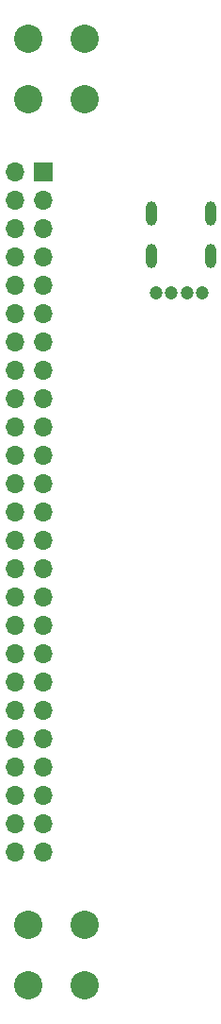
<source format=gbr>
%TF.GenerationSoftware,KiCad,Pcbnew,6.0.1+dfsg-1*%
%TF.CreationDate,2022-03-06T17:26:00+02:00*%
%TF.ProjectId,ram_board,72616d5f-626f-4617-9264-2e6b69636164,rev?*%
%TF.SameCoordinates,Original*%
%TF.FileFunction,Soldermask,Bot*%
%TF.FilePolarity,Negative*%
%FSLAX46Y46*%
G04 Gerber Fmt 4.6, Leading zero omitted, Abs format (unit mm)*
G04 Created by KiCad (PCBNEW 6.0.1+dfsg-1) date 2022-03-06 17:26:00*
%MOMM*%
%LPD*%
G01*
G04 APERTURE LIST*
%ADD10C,1.200000*%
%ADD11O,1.000000X2.200000*%
%ADD12C,2.540000*%
%ADD13R,1.700000X1.700000*%
%ADD14O,1.700000X1.700000*%
G04 APERTURE END LIST*
D10*
%TO.C,J2*%
X59580000Y-38060000D03*
X60980000Y-38060000D03*
X62380000Y-38060000D03*
X63780000Y-38060000D03*
D11*
X59160000Y-34790000D03*
X59160000Y-30950000D03*
X64500000Y-30950000D03*
X64500000Y-34790000D03*
%TD*%
D12*
%TO.C,ST2*%
X53190000Y-94720000D03*
X48110000Y-100160000D03*
X53190000Y-100160000D03*
X48110000Y-94720000D03*
%TD*%
D13*
%TO.C,J1*%
X49425790Y-27248710D03*
D14*
X46885790Y-27248710D03*
X49425790Y-29788710D03*
X46885790Y-29788710D03*
X49425790Y-32328710D03*
X46885790Y-32328710D03*
X49425790Y-34868710D03*
X46885790Y-34868710D03*
X49425790Y-37408710D03*
X46885790Y-37408710D03*
X49425790Y-39948710D03*
X46885790Y-39948710D03*
X49425790Y-42488710D03*
X46885790Y-42488710D03*
X49425790Y-45028710D03*
X46885790Y-45028710D03*
X49425790Y-47568710D03*
X46885790Y-47568710D03*
X49425790Y-50108710D03*
X46885790Y-50108710D03*
X49425790Y-52648710D03*
X46885790Y-52648710D03*
X49425790Y-55188710D03*
X46885790Y-55188710D03*
X49425790Y-57728710D03*
X46885790Y-57728710D03*
X49425790Y-60268710D03*
X46885790Y-60268710D03*
X49425790Y-62808710D03*
X46885790Y-62808710D03*
X49425790Y-65348710D03*
X46885790Y-65348710D03*
X49425790Y-67888710D03*
X46885790Y-67888710D03*
X49425790Y-70428710D03*
X46885790Y-70428710D03*
X49425790Y-72968710D03*
X46885790Y-72968710D03*
X49425790Y-75508710D03*
X46885790Y-75508710D03*
X49425790Y-78048710D03*
X46885790Y-78048710D03*
X49425790Y-80588710D03*
X46885790Y-80588710D03*
X49425790Y-83128710D03*
X46885790Y-83128710D03*
X49425790Y-85668710D03*
X46885790Y-85668710D03*
X49425790Y-88208710D03*
X46885790Y-88208710D03*
%TD*%
D12*
%TO.C,ST1*%
X53190000Y-15300000D03*
X53190000Y-20740000D03*
X48110000Y-20740000D03*
X48110000Y-15300000D03*
%TD*%
M02*

</source>
